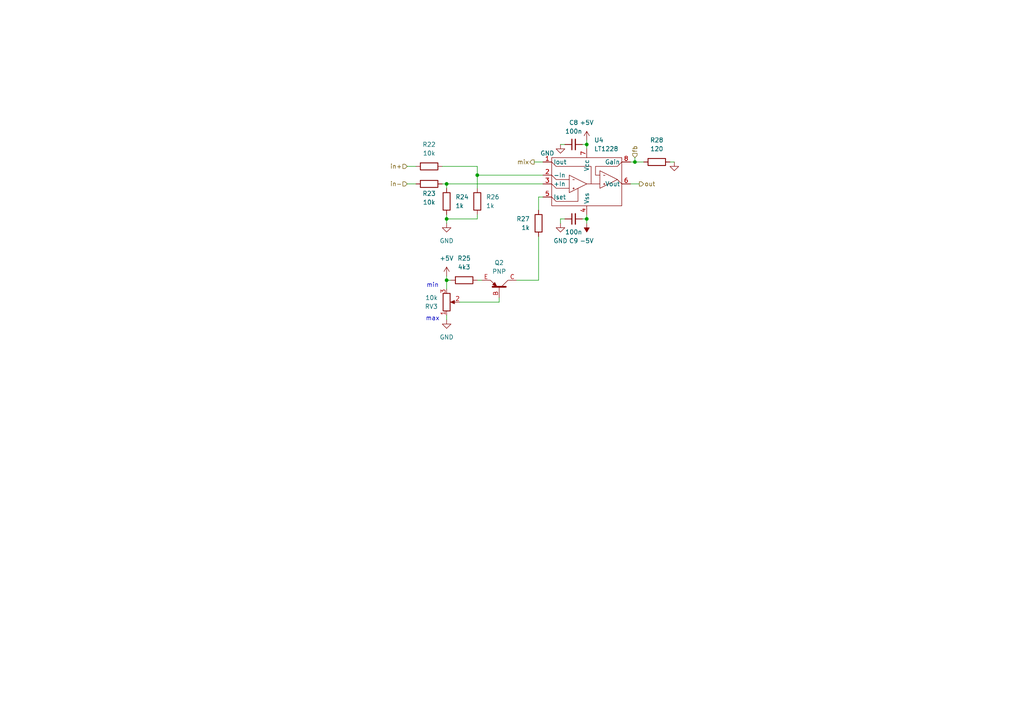
<source format=kicad_sch>
(kicad_sch (version 20250114) (generator "eeschema") (generator_version "9.0")
  (paper "A4")
  (lib_symbols
    (symbol "synkie_symbols:+5V" (power) (pin_names (offset 0))
      (property "Value" "+5V" (at 0 3.556 0))
      (symbol "+5V_0_1"
        (polyline (pts (xy -0.762 1.27) (xy 0 2.54)))
        (polyline (pts (xy 0 2.54) (xy 0.762 1.27)))
        (polyline (pts (xy 0 0) (xy 0 2.54)))
      )
      (symbol "+5V_1_1"
        (pin power_in line (at 0 0 90) (length 0) (hide yes) (name "+5V") (number "1"))
      )
    )
    (symbol "synkie_symbols:-5V" (power) (pin_names (offset 0))
      (property "Value" "-5V" (at 0 3.81 0))
      (symbol "-5V_0_0"
        (pin power_in line (at 0 0 90) (length 0) (hide yes) (name "-5V") (number "1"))
      )
      (symbol "-5V_0_1"
        (polyline (pts (xy 0 0) (xy 0 1.27) (xy 0.762 1.27) (xy 0 2.54) (xy -0.762 1.27) (xy 0 1.27)) (fill (type outline)))
      )
    )
    (symbol "synkie_symbols:C_Small" (pin_numbers (hide yes)) (pin_names (offset 0.254) (hide yes))
      (property "Reference" "C" (at 0.254 1.778 0))
      (property "Value" "C_Small" (at 0.254 -2.032 0))
      (symbol "C_Small_0_1"
        (polyline (pts (xy -1.524 0.508) (xy 1.524 0.508)) (stroke (width 0.3048)))
        (polyline (pts (xy -1.524 -0.508) (xy 1.524 -0.508)) (stroke (width 0.3302)))
      )
      (symbol "C_Small_1_1"
        (pin passive line (at 0 2.54 270) (length 2.032) (name "~") (number "1"))
        (pin passive line (at 0 -2.54 90) (length 2.032) (name "~") (number "2"))
      )
    )
    (symbol "synkie_symbols:GND" (power) (pin_names (offset 0))
      (property "Value" "GND" (at 0 -3.81 0))
      (symbol "GND_0_1"
        (polyline (pts (xy 0 0) (xy 0 -1.27) (xy 1.27 -1.27) (xy 0 -2.54) (xy -1.27 -1.27) (xy 0 -1.27)))
      )
      (symbol "GND_1_1"
        (pin power_in line (at 0 0 270) (length 0) (hide yes) (name "GND") (number "1"))
      )
    )
    (symbol "synkie_symbols:LT1228"
      (property "Reference" "U" (at -8.89 8.89 0))
      (property "Value" "LT1228" (at -6.35 -7.62 0))
      (symbol "LT1228_0_0"
        (rectangle (start -10.16 7.62) (end 10.16 -6.35))
        (text "-" (at -3.81 1.27 0) (effects (font (size 0.635 0.635))))
        (text "+" (at -3.81 -1.27 0) (effects (font (size 0.635 0.635))))
        (text "-" (at 5.08 2.54 0) (effects (font (size 0.635 0.635))))
        (text "+" (at 5.08 0 0) (effects (font (size 0.635 0.635))))
      )
      (symbol "LT1228_0_1"
        (polyline (pts (xy -10.16 2.54) (xy -8.89 1.27) (xy -5.08 1.27)))
        (polyline (pts (xy -10.16 0) (xy -8.89 -1.27) (xy -5.08 -1.27)))
        (polyline (pts (xy -10.16 -3.81) (xy -8.89 -5.08) (xy -2.54 -5.08) (xy -2.54 -1.27)))
        (polyline (pts (xy -5.08 2.54) (xy -5.08 -2.54) (xy 0 0) (xy -5.08 2.54)))
        (polyline (pts (xy 3.81 3.81) (xy 3.81 -1.27) (xy 8.89 1.27) (xy 3.81 3.81)))
        (polyline (pts (xy 3.81 0) (xy 0 0) (xy 1.27 0) (xy 1.27 5.08) (xy -8.89 5.08) (xy -10.16 6.35)))
        (polyline (pts (xy 8.89 1.27) (xy 10.16 0)))
        (polyline (pts (xy 10.16 6.35) (xy 8.89 5.08) (xy 2.54 5.08) (xy 2.54 2.54) (xy 3.81 2.54)))
      )
      (symbol "LT1228_1_1"
        (pin passive line (at -12.7 6.35 0) (length 2.54) (name "Iout") (number "1"))
        (pin input line (at -12.7 2.54 0) (length 2.54) (name "-In") (number "2"))
        (pin input line (at -12.7 0 0) (length 2.54) (name "+In") (number "3"))
        (pin input line (at -12.7 -3.81 0) (length 2.54) (name "Iset") (number "5"))
        (pin power_in line (at 0 10.16 270) (length 2.54) (name "Vcc") (number "7"))
        (pin power_in line (at 0 -8.89 90) (length 2.54) (name "Vss") (number "4"))
        (pin input line (at 12.7 6.35 180) (length 2.54) (name "Gain") (number "8"))
        (pin output line (at 12.7 0 180) (length 2.54) (name "Vout") (number "6"))
      )
    )
    (symbol "synkie_symbols:R" (pin_numbers (hide yes)) (pin_names (offset 0))
      (property "Reference" "R" (at 2.032 0 90))
      (property "Value" "R" (at 0 0 90))
      (symbol "R_0_1"
        (rectangle (start -1.016 -2.54) (end 1.016 2.54) (stroke (width 0.254)))
      )
      (symbol "R_1_1"
        (pin passive line (at 0 3.81 270) (length 1.27) (name "~") (number "1"))
        (pin passive line (at 0 -3.81 90) (length 1.27) (name "~") (number "2"))
      )
    )
    (symbol "synkie_symbols:R_POT" (pin_names (offset 1.016) (hide yes))
      (property "Reference" "RV" (at -4.445 0 90))
      (property "Value" "R_POT" (at -2.54 0 90))
      (symbol "R_POT_0_1"
        (rectangle (start 1.016 2.54) (end -1.016 -2.54) (stroke (width 0.254)))
        (polyline (pts (xy 1.143 0) (xy 2.286 0.508) (xy 2.286 -0.508) (xy 1.143 0)) (fill (type outline)))
        (polyline (pts (xy 2.54 0) (xy 1.524 0)))
      )
      (symbol "R_POT_1_1"
        (pin passive line (at 0 3.81 270) (length 1.27) (name "1") (number "1"))
        (pin passive line (at 0 -3.81 90) (length 1.27) (name "3") (number "3"))
        (pin passive line (at 3.81 0 180) (length 1.27) (name "2") (number "2"))
      )
    )
    (symbol "synkie_symbols:Trans_PNP_Generic" (pin_names (offset 0) (hide yes))
      (property "Reference" "Q" (at 2.54 1.27 0))
      (property "Value" "Trans_PNP_Generic" (at 10.16 -1.27 0))
      (symbol "Trans_PNP_Generic_1_1"
        (polyline (pts (xy -1.27 0) (xy -0.635 0)))
        (polyline (pts (xy -0.635 -0.635) (xy 1.27 -2.54)))
        (polyline (pts (xy -0.635 -1.905) (xy -0.635 1.905)) (stroke (width 0.508)))
        (polyline (pts (xy 0.635 1.27) (xy 0 1.905) (xy -0.635 0.635) (xy 0.635 1.27)) (fill (type outline)))
        (polyline (pts (xy 1.27 2.54) (xy -0.635 0.635)))
        (pin input line (at -3.81 0 0) (length 2.54) (name "B") (number "B"))
        (pin passive line (at 1.27 5.08 270) (length 2.54) (name "E") (number "E"))
        (pin passive line (at 1.27 -5.08 90) (length 2.54) (name "C") (number "C"))
      )
    )
  )
  (text "max" (at 125.476 92.456 0) (effects (font (size 1.27 1.27))))
  (text "min" (at 125.476 82.804 0) (effects (font (size 1.27 1.27))))
  (junction (at 129.54 53.34))
  (junction (at 184.15 46.99))
  (junction (at 129.54 63.5))
  (junction (at 170.18 41.91))
  (junction (at 170.18 63.5))
  (junction (at 138.43 50.8))
  (junction (at 129.54 81.28))
  (wire (pts (xy 138.43 50.8) (xy 157.48 50.8)))
  (wire (pts (xy 149.86 81.28) (xy 156.21 81.28)))
  (wire (pts (xy 156.21 57.15) (xy 156.21 60.96)))
  (wire (pts (xy 138.43 62.23) (xy 138.43 63.5)))
  (wire (pts (xy 182.88 53.34) (xy 185.42 53.34)))
  (wire (pts (xy 118.11 53.34) (xy 120.65 53.34)))
  (wire (pts (xy 144.78 87.63) (xy 144.78 86.36)))
  (wire (pts (xy 133.35 87.63) (xy 144.78 87.63)))
  (wire (pts (xy 170.18 62.23) (xy 170.18 63.5)))
  (wire (pts (xy 138.43 50.8) (xy 138.43 54.61)))
  (wire (pts (xy 162.56 63.5) (xy 162.56 64.77)))
  (wire (pts (xy 182.88 46.99) (xy 184.15 46.99)))
  (wire (pts (xy 129.54 91.44) (xy 129.54 92.71)))
  (wire (pts (xy 128.27 48.26) (xy 138.43 48.26)))
  (wire (pts (xy 170.18 40.64) (xy 170.18 41.91)))
  (wire (pts (xy 162.56 63.5) (xy 163.83 63.5)))
  (wire (pts (xy 138.43 48.26) (xy 138.43 50.8)))
  (wire (pts (xy 184.15 46.99) (xy 186.69 46.99)))
  (wire (pts (xy 168.91 41.91) (xy 170.18 41.91)))
  (wire (pts (xy 170.18 41.91) (xy 170.18 43.18)))
  (wire (pts (xy 129.54 62.23) (xy 129.54 63.5)))
  (wire (pts (xy 154.94 46.99) (xy 157.48 46.99)))
  (wire (pts (xy 157.48 57.15) (xy 156.21 57.15)))
  (wire (pts (xy 162.56 41.91) (xy 163.83 41.91)))
  (wire (pts (xy 128.27 53.34) (xy 129.54 53.34)))
  (wire (pts (xy 184.15 45.72) (xy 184.15 46.99)))
  (wire (pts (xy 138.43 81.28) (xy 139.7 81.28)))
  (wire (pts (xy 129.54 53.34) (xy 157.48 53.34)))
  (wire (pts (xy 129.54 81.28) (xy 129.54 83.82)))
  (wire (pts (xy 168.91 63.5) (xy 170.18 63.5)))
  (wire (pts (xy 129.54 53.34) (xy 129.54 54.61)))
  (wire (pts (xy 129.54 80.01) (xy 129.54 81.28)))
  (wire (pts (xy 170.18 63.5) (xy 170.18 64.77)))
  (wire (pts (xy 156.21 81.28) (xy 156.21 68.58)))
  (wire (pts (xy 129.54 63.5) (xy 138.43 63.5)))
  (wire (pts (xy 194.31 46.99) (xy 195.58 46.99)))
  (wire (pts (xy 130.81 81.28) (xy 129.54 81.28)))
  (wire (pts (xy 118.11 48.26) (xy 120.65 48.26)))
  (wire (pts (xy 129.54 63.5) (xy 129.54 64.77)))
  (hierarchical_label "in-" (shape input) (at 118.11 53.34 180))
  (hierarchical_label "fb" (shape input) (at 184.15 45.72 90))
  (hierarchical_label "out" (shape output) (at 185.42 53.34 0))
  (hierarchical_label "mix" (shape output) (at 154.94 46.99 180))
  (hierarchical_label "in+" (shape input) (at 118.11 48.26 180))
  (symbol (lib_id "synkie_symbols:R") (at 134.62 81.28 270) (unit 1)
    (property "Reference" "R18" (at 134.62 74.93 90))
    (property "Value" "4k3" (at 134.62 77.47 90))
    (property "Footprint" "synkie_footprints:R_0805_2012Metric_Pad1.15x1.40mm_HandSolder" (effects (hide yes)))
    (property "Description" "Resistor" (effects (hide yes)))
    (instances (project "sk110-cvadd" (path "" (reference "R25") (unit 1)) (path "" (reference "R18") (unit 1))))
  )
  (symbol (lib_id "synkie_symbols:GND") (at 129.54 64.77 0) (unit 1)
    (property "Reference" "#PWR023" (effects (hide yes)))
    (property "Value" "GND" (at 129.54 69.85 0))
    (property "Description" "Power symbol creates a global label with name \"GND\" , ground" (effects (hide yes)))
    (instances (project "sk110-cvadd" (path "" (reference "#PWR031") (unit 1)) (path "" (reference "#PWR023") (unit 1))))
  )
  (symbol (lib_id "synkie_symbols:LT1228") (at 170.18 53.34 0) (unit 1)
    (property "Reference" "U3" (at 172.3233 40.64 0) (effects (justify left)))
    (property "Value" "LT1228" (at 172.3233 43.18 0) (effects (justify left)))
    (property "Footprint" "synkie_footprints:SOIC-8_3.9x4.9mm_P1.27mm" (effects (hide yes)))
    (property "Description" "LT1228 CFA with gain control" (effects (hide yes)))
    (instances (project "sk110-cvadd" (path "" (reference "U4") (unit 1)) (path "" (reference "U3") (unit 1))))
  )
  (symbol (lib_id "synkie_symbols:R_POT") (at 129.54 87.63 0) (mirror x) (unit 1)
    (property "Reference" "RV2" (at 127 88.9001 0) (effects (justify right)))
    (property "Value" "10k" (at 127 86.3601 0) (effects (justify right)))
    (property "Footprint" "synkie_footprints:Potentiometer_Alps_RK09K_Single_Horizontal" (effects (hide yes)))
    (property "Description" "Potentiometer" (effects (hide yes)))
    (instances (project "sk110-cvadd" (path "" (reference "RV3") (unit 1)) (path "" (reference "RV2") (unit 1))))
  )
  (symbol (lib_id "synkie_symbols:Trans_PNP_Generic") (at 144.78 82.55 90) (unit 1)
    (property "Reference" "Q1" (at 144.78 76.2 90))
    (property "Value" "PNP" (at 144.78 78.74 90))
    (property "Footprint" "synkie_footprints:SOT-23_BEC" (effects (hide yes)))
    (property "Description" "Generic PNP transistor" (effects (hide yes)))
    (instances (project "sk110-cvadd" (path "" (reference "Q2") (unit 1)) (path "" (reference "Q1") (unit 1))))
  )
  (symbol (lib_id "synkie_symbols:C_Small") (at 166.37 63.5 90) (unit 1)
    (property "Reference" "C7" (at 166.3763 69.85 90))
    (property "Value" "100n" (at 166.3763 67.31 90))
    (property "Footprint" "synkie_footprints:C_0603_1608Metric_Pad1.05x0.95mm_HandSolder" (effects (hide yes)))
    (property "Description" "Unpolarized capacitor, small symbol" (effects (hide yes)))
    (instances (project "sk110-cvadd" (path "" (reference "C9") (unit 1)) (path "" (reference "C7") (unit 1))))
  )
  (symbol (lib_id "synkie_symbols:R") (at 124.46 48.26 90) (unit 1)
    (property "Reference" "R15" (at 124.46 41.91 90))
    (property "Value" "10k" (at 124.46 44.45 90))
    (property "Footprint" "synkie_footprints:R_0805_2012Metric_Pad1.15x1.40mm_HandSolder" (effects (hide yes)))
    (property "Description" "Resistor" (effects (hide yes)))
    (instances (project "sk110-cvadd" (path "" (reference "R22") (unit 1)) (path "" (reference "R15") (unit 1))))
  )
  (symbol (lib_id "synkie_symbols:R") (at 190.5 46.99 270) (unit 1)
    (property "Reference" "R21" (at 190.5 40.64 90))
    (property "Value" "120" (at 190.5 43.18 90))
    (property "Footprint" "synkie_footprints:R_0805_2012Metric_Pad1.15x1.40mm_HandSolder" (effects (hide yes)))
    (property "Description" "Resistor" (effects (hide yes)))
    (instances (project "sk110-cvadd" (path "" (reference "R28") (unit 1)) (path "" (reference "R21") (unit 1))))
  )
  (symbol (lib_id "synkie_symbols:GND") (at 129.54 92.71 0) (unit 1)
    (property "Reference" "#PWR025" (effects (hide yes)))
    (property "Value" "GND" (at 129.54 97.79 0))
    (property "Description" "Power symbol creates a global label with name \"GND\" , ground" (effects (hide yes)))
    (instances (project "sk110-cvadd" (path "" (reference "#PWR033") (unit 1)) (path "" (reference "#PWR025") (unit 1))))
  )
  (symbol (lib_id "synkie_symbols:GND") (at 195.58 46.99 0) (unit 1)
    (property "Reference" "#PWR030" (effects (hide yes)))
    (property "Value" "GND" (effects (hide yes)))
    (property "Description" "Power symbol creates a global label with name \"GND\" , ground" (effects (hide yes)))
    (instances (project "sk110-cvadd" (path "" (reference "#PWR038") (unit 1)) (path "" (reference "#PWR030") (unit 1))))
  )
  (symbol (lib_id "synkie_symbols:R") (at 156.21 64.77 0) (mirror x) (unit 1)
    (property "Reference" "R20" (at 153.67 63.4999 0) (effects (justify right)))
    (property "Value" "1k" (at 153.67 66.0399 0) (effects (justify right)))
    (property "Footprint" "synkie_footprints:R_0805_2012Metric_Pad1.15x1.40mm_HandSolder" (effects (hide yes)))
    (property "Description" "Resistor" (effects (hide yes)))
    (instances (project "sk110-cvadd" (path "" (reference "R27") (unit 1)) (path "" (reference "R20") (unit 1))))
  )
  (symbol (lib_id "synkie_symbols:R") (at 129.54 58.42 180) (unit 1)
    (property "Reference" "R17" (at 132.08 57.1499 0) (effects (justify right)))
    (property "Value" "1k" (at 132.08 59.6899 0) (effects (justify right)))
    (property "Footprint" "synkie_footprints:R_0805_2012Metric_Pad1.15x1.40mm_HandSolder" (effects (hide yes)))
    (property "Description" "Resistor" (effects (hide yes)))
    (instances (project "sk110-cvadd" (path "" (reference "R24") (unit 1)) (path "" (reference "R17") (unit 1))))
  )
  (symbol (lib_id "synkie_symbols:R") (at 138.43 58.42 180) (unit 1)
    (property "Reference" "R19" (at 140.97 57.1499 0) (effects (justify right)))
    (property "Value" "1k" (at 140.97 59.6899 0) (effects (justify right)))
    (property "Footprint" "synkie_footprints:R_0805_2012Metric_Pad1.15x1.40mm_HandSolder" (effects (hide yes)))
    (property "Description" "Resistor" (effects (hide yes)))
    (instances (project "sk110-cvadd" (path "" (reference "R26") (unit 1)) (path "" (reference "R19") (unit 1))))
  )
  (symbol (lib_id "synkie_symbols:+5V") (at 129.54 80.01 0) (unit 1)
    (property "Reference" "#PWR024" (effects (hide yes)))
    (property "Value" "+5V" (at 129.54 74.93 0))
    (property "Description" "Power symbol creates a global label with name \"+5V\"" (effects (hide yes)))
    (instances (project "sk110-cvadd" (path "" (reference "#PWR032") (unit 1)) (path "" (reference "#PWR024") (unit 1))))
  )
  (symbol (lib_id "synkie_symbols:-5V") (at 170.18 64.77 180) (unit 1)
    (property "Reference" "#PWR029" (effects (hide yes)))
    (property "Value" "-5V" (at 170.18 69.85 0))
    (property "Description" "Power symbol creates a global label with name \"-5V\"" (effects (hide yes)))
    (instances (project "sk110-cvadd" (path "" (reference "#PWR037") (unit 1)) (path "" (reference "#PWR029") (unit 1))))
  )
  (symbol (lib_id "synkie_symbols:C_Small") (at 166.37 41.91 90) (mirror x) (unit 1)
    (property "Reference" "C6" (at 166.3763 35.56 90))
    (property "Value" "100n" (at 166.3763 38.1 90))
    (property "Footprint" "synkie_footprints:C_0603_1608Metric_Pad1.05x0.95mm_HandSolder" (effects (hide yes)))
    (property "Description" "Unpolarized capacitor, small symbol" (effects (hide yes)))
    (instances (project "sk110-cvadd" (path "" (reference "C8") (unit 1)) (path "" (reference "C6") (unit 1))))
  )
  (symbol (lib_id "synkie_symbols:R") (at 124.46 53.34 90) (unit 1)
    (property "Reference" "R16" (at 124.46 56.134 90))
    (property "Value" "10k" (at 124.46 58.674 90))
    (property "Footprint" "synkie_footprints:R_0805_2012Metric_Pad1.15x1.40mm_HandSolder" (effects (hide yes)))
    (property "Description" "Resistor" (effects (hide yes)))
    (instances (project "sk110-cvadd" (path "" (reference "R23") (unit 1)) (path "" (reference "R16") (unit 1))))
  )
  (symbol (lib_id "synkie_symbols:GND") (at 162.56 64.77 0) (unit 1)
    (property "Reference" "#PWR027" (effects (hide yes)))
    (property "Value" "GND" (at 162.56 69.85 0))
    (property "Description" "Power symbol creates a global label with name \"GND\" , ground" (effects (hide yes)))
    (instances (project "sk110-cvadd" (path "" (reference "#PWR035") (unit 1)) (path "" (reference "#PWR027") (unit 1))))
  )
  (symbol (lib_id "synkie_symbols:GND") (at 162.56 41.91 0) (unit 1)
    (property "Reference" "#PWR026" (effects (hide yes)))
    (property "Value" "GND" (at 158.75 44.45 0))
    (property "Description" "Power symbol creates a global label with name \"GND\" , ground" (effects (hide yes)))
    (instances (project "sk110-cvadd" (path "" (reference "#PWR034") (unit 1)) (path "" (reference "#PWR026") (unit 1))))
  )
  (symbol (lib_id "synkie_symbols:+5V") (at 170.18 40.64 0) (unit 1)
    (property "Reference" "#PWR028" (effects (hide yes)))
    (property "Value" "+5V" (at 170.18 35.56 0))
    (property "Description" "Power symbol creates a global label with name \"+5V\"" (effects (hide yes)))
    (instances (project "sk110-cvadd" (path "" (reference "#PWR036") (unit 1)) (path "" (reference "#PWR028") (unit 1))))
  )
)
</source>
